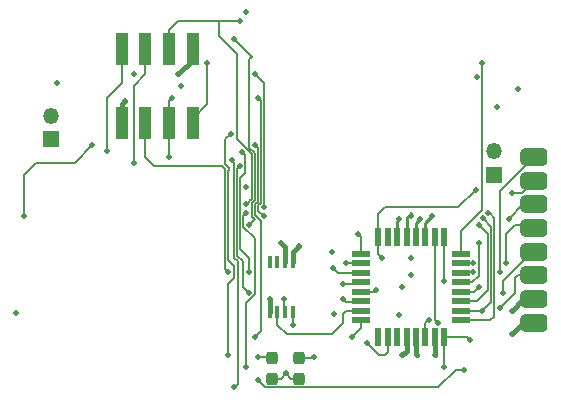
<source format=gbr>
%TF.GenerationSoftware,KiCad,Pcbnew,6.0.9-8da3e8f707~117~ubuntu22.04.1*%
%TF.CreationDate,2022-12-02T16:27:46-05:00*%
%TF.ProjectId,watch,77617463-682e-46b6-9963-61645f706362,rev?*%
%TF.SameCoordinates,Original*%
%TF.FileFunction,Copper,L4,Bot*%
%TF.FilePolarity,Positive*%
%FSLAX46Y46*%
G04 Gerber Fmt 4.6, Leading zero omitted, Abs format (unit mm)*
G04 Created by KiCad (PCBNEW 6.0.9-8da3e8f707~117~ubuntu22.04.1) date 2022-12-02 16:27:46*
%MOMM*%
%LPD*%
G01*
G04 APERTURE LIST*
G04 Aperture macros list*
%AMRoundRect*
0 Rectangle with rounded corners*
0 $1 Rounding radius*
0 $2 $3 $4 $5 $6 $7 $8 $9 X,Y pos of 4 corners*
0 Add a 4 corners polygon primitive as box body*
4,1,4,$2,$3,$4,$5,$6,$7,$8,$9,$2,$3,0*
0 Add four circle primitives for the rounded corners*
1,1,$1+$1,$2,$3*
1,1,$1+$1,$4,$5*
1,1,$1+$1,$6,$7*
1,1,$1+$1,$8,$9*
0 Add four rect primitives between the rounded corners*
20,1,$1+$1,$2,$3,$4,$5,0*
20,1,$1+$1,$4,$5,$6,$7,0*
20,1,$1+$1,$6,$7,$8,$9,0*
20,1,$1+$1,$8,$9,$2,$3,0*%
G04 Aperture macros list end*
%TA.AperFunction,SMDPad,CuDef*%
%ADD10RoundRect,0.381000X-0.762000X-0.381000X0.762000X-0.381000X0.762000X0.381000X-0.762000X0.381000X0*%
%TD*%
%TA.AperFunction,SMDPad,CuDef*%
%ADD11R,0.400000X1.100000*%
%TD*%
%TA.AperFunction,SMDPad,CuDef*%
%ADD12R,0.550000X1.600000*%
%TD*%
%TA.AperFunction,SMDPad,CuDef*%
%ADD13R,1.600000X0.550000*%
%TD*%
%TA.AperFunction,ComponentPad*%
%ADD14R,1.350000X1.350000*%
%TD*%
%TA.AperFunction,ComponentPad*%
%ADD15O,1.350000X1.350000*%
%TD*%
%TA.AperFunction,SMDPad,CuDef*%
%ADD16R,1.000000X2.750000*%
%TD*%
%TA.AperFunction,SMDPad,CuDef*%
%ADD17RoundRect,0.237500X0.237500X-0.287500X0.237500X0.287500X-0.237500X0.287500X-0.237500X-0.287500X0*%
%TD*%
%TA.AperFunction,ViaPad*%
%ADD18C,0.508000*%
%TD*%
%TA.AperFunction,Conductor*%
%ADD19C,0.127000*%
%TD*%
%TA.AperFunction,Conductor*%
%ADD20C,0.381000*%
%TD*%
%TA.AperFunction,Conductor*%
%ADD21C,0.254000*%
%TD*%
%TA.AperFunction,Conductor*%
%ADD22C,0.177800*%
%TD*%
G04 APERTURE END LIST*
D10*
%TO.P,J2,1,Pin_1*%
%TO.N,/eBUSY*%
X166405000Y-105500000D03*
%TO.P,J2,2,Pin_2*%
%TO.N,/eRST*%
X166405000Y-107500000D03*
%TO.P,J2,3,Pin_3*%
%TO.N,/eDC*%
X166405000Y-109500000D03*
%TO.P,J2,4,Pin_4*%
%TO.N,/eCS*%
X166405000Y-111500000D03*
%TO.P,J2,5,Pin_5*%
%TO.N,/SCK*%
X166405000Y-113500000D03*
%TO.P,J2,6,Pin_6*%
%TO.N,/MOSI*%
X166405000Y-115500000D03*
%TO.P,J2,7,Pin_7*%
%TO.N,GND*%
X166405000Y-117500000D03*
%TO.P,J2,8,Pin_8*%
%TO.N,+3.3V*%
X166405000Y-119500000D03*
%TD*%
D11*
%TO.P,U4,1,OSCI*%
%TO.N,unconnected-(U4-Pad1)*%
X144025000Y-114350000D03*
%TO.P,U4,2,OSCO*%
%TO.N,unconnected-(U4-Pad2)*%
X144675000Y-114350000D03*
%TO.P,U4,3,VBAT*%
%TO.N,+3.3V*%
X145325000Y-114350000D03*
%TO.P,U4,4,VSS*%
%TO.N,GND*%
X145975000Y-114350000D03*
%TO.P,U4,5,SDA*%
%TO.N,/SDA*%
X145975000Y-118650000D03*
%TO.P,U4,6,SCL*%
%TO.N,/SCL*%
X145325000Y-118650000D03*
%TO.P,U4,7,~{INTA}*%
%TO.N,Net-(U2-Pad26)*%
X144675000Y-118650000D03*
%TO.P,U4,8,VDD*%
%TO.N,+3.3V*%
X144025000Y-118650000D03*
%TD*%
D12*
%TO.P,U2,1,PD3*%
%TO.N,Net-(SW4-Pad1)*%
X153200000Y-112250000D03*
%TO.P,U2,2,PD4*%
%TO.N,unconnected-(U2-Pad2)*%
X154000000Y-112250000D03*
%TO.P,U2,3,GND*%
%TO.N,GND*%
X154800000Y-112250000D03*
%TO.P,U2,4,VCC*%
%TO.N,+3.3V*%
X155600000Y-112250000D03*
%TO.P,U2,5,GND*%
%TO.N,GND*%
X156400000Y-112250000D03*
%TO.P,U2,6,VCC*%
%TO.N,+3.3V*%
X157200000Y-112250000D03*
%TO.P,U2,7,XTAL1/PB6*%
%TO.N,/LED1*%
X158000000Y-112250000D03*
%TO.P,U2,8,XTAL2/PB7*%
%TO.N,/LED2*%
X158800000Y-112250000D03*
D13*
%TO.P,U2,9,PD5*%
%TO.N,Net-(U2-Pad9)*%
X160250000Y-113700000D03*
%TO.P,U2,10,PD6*%
%TO.N,/eCS*%
X160250000Y-114500000D03*
%TO.P,U2,11,PD7*%
%TO.N,/eBUSY*%
X160250000Y-115300000D03*
%TO.P,U2,12,PB0*%
%TO.N,/eRST*%
X160250000Y-116100000D03*
%TO.P,U2,13,PB1*%
%TO.N,/eDC*%
X160250000Y-116900000D03*
%TO.P,U2,14,PB2*%
%TO.N,/RF_CS*%
X160250000Y-117700000D03*
%TO.P,U2,15,PB3*%
%TO.N,/MOSI*%
X160250000Y-118500000D03*
%TO.P,U2,16,PB4*%
%TO.N,/MISO*%
X160250000Y-119300000D03*
D12*
%TO.P,U2,17,PB5*%
%TO.N,/SCK*%
X158800000Y-120750000D03*
%TO.P,U2,18,AVCC*%
%TO.N,+3.3V*%
X158000000Y-120750000D03*
%TO.P,U2,19,ADC6*%
%TO.N,Net-(R1-Pad2)*%
X157200000Y-120750000D03*
%TO.P,U2,20,AREF*%
%TO.N,+3.3V*%
X156400000Y-120750000D03*
%TO.P,U2,21,GND*%
%TO.N,GND*%
X155600000Y-120750000D03*
%TO.P,U2,22,ADC7*%
%TO.N,unconnected-(U2-Pad22)*%
X154800000Y-120750000D03*
%TO.P,U2,23,PC0*%
%TO.N,Net-(U2-Pad23)*%
X154000000Y-120750000D03*
%TO.P,U2,24,PC1*%
%TO.N,Net-(SW1-Pad1)*%
X153200000Y-120750000D03*
D13*
%TO.P,U2,25,PC2*%
%TO.N,Net-(SW2-Pad1)*%
X151750000Y-119300000D03*
%TO.P,U2,26,PC3*%
%TO.N,Net-(U2-Pad26)*%
X151750000Y-118500000D03*
%TO.P,U2,27,PC4*%
%TO.N,/SCL*%
X151750000Y-117700000D03*
%TO.P,U2,28,PC5*%
%TO.N,/SDA*%
X151750000Y-116900000D03*
%TO.P,U2,29,~{RESET}/PC6*%
%TO.N,/nRESET*%
X151750000Y-116100000D03*
%TO.P,U2,30,PD0*%
%TO.N,/RXD*%
X151750000Y-115300000D03*
%TO.P,U2,31,PD1*%
%TO.N,/TXD*%
X151750000Y-114500000D03*
%TO.P,U2,32,PD2*%
%TO.N,Net-(SW3-Pad1)*%
X151750000Y-113700000D03*
%TD*%
D14*
%TO.P,J3,1,Pin_1*%
%TO.N,Net-(J3-Pad1)*%
X163000000Y-107000000D03*
D15*
%TO.P,J3,2,Pin_2*%
%TO.N,GND*%
X163000000Y-105000000D03*
%TD*%
D16*
%TO.P,J4,1,Pin_1*%
%TO.N,+3.3V*%
X137500000Y-96375000D03*
%TO.P,J4,2,Pin_2*%
%TO.N,/MOSI*%
X137500000Y-102625000D03*
%TO.P,J4,3,Pin_3*%
%TO.N,/MISO*%
X135500000Y-96375000D03*
%TO.P,J4,4,Pin_4*%
%TO.N,/SCK*%
X135500000Y-102625000D03*
%TO.P,J4,5,Pin_5*%
%TO.N,/nRESET*%
X133500000Y-96375000D03*
%TO.P,J4,6,Pin_6*%
%TO.N,/TXD*%
X133500000Y-102625000D03*
%TO.P,J4,7,Pin_7*%
%TO.N,/RXD*%
X131500000Y-96375000D03*
%TO.P,J4,8,Pin_8*%
%TO.N,GND*%
X131500000Y-102625000D03*
%TD*%
D17*
%TO.P,D1,1,K*%
%TO.N,GND*%
X146500000Y-124250000D03*
%TO.P,D1,2,A*%
%TO.N,Net-(D1-Pad2)*%
X146500000Y-122500000D03*
%TD*%
D14*
%TO.P,J1,1,Pin_1*%
%TO.N,Net-(C1-Pad1)*%
X125500000Y-104000000D03*
D15*
%TO.P,J1,2,Pin_2*%
%TO.N,GND*%
X125500000Y-102000000D03*
%TD*%
D17*
%TO.P,D2,1,K*%
%TO.N,GND*%
X144250000Y-124250000D03*
%TO.P,D2,2,A*%
%TO.N,Net-(D2-Pad2)*%
X144250000Y-122500000D03*
%TD*%
D18*
%TO.N,Net-(C1-Pad1)*%
X141000000Y-125000000D03*
X140804800Y-105780600D03*
%TO.N,GND*%
X156750000Y-110750000D03*
X122567500Y-118682500D03*
X131750000Y-100750000D03*
X145400000Y-123800000D03*
X163250000Y-101250000D03*
X142000000Y-93250000D03*
X155250000Y-122250000D03*
X155250000Y-116500000D03*
X142000000Y-108000000D03*
X156000000Y-114000000D03*
X126000000Y-99250000D03*
X146500000Y-113000000D03*
X164500000Y-118500000D03*
X165000000Y-99750000D03*
X155000000Y-110750000D03*
X132500000Y-98500000D03*
X136500000Y-99500000D03*
%TO.N,+3.3V*%
X149250000Y-113500000D03*
X156000000Y-115500000D03*
X156000000Y-110444000D03*
X144000000Y-117500000D03*
X161556000Y-98725000D03*
X149500000Y-118750000D03*
X136250000Y-98500000D03*
X145000000Y-112750000D03*
X157750000Y-110500000D03*
X156500000Y-122250000D03*
X158000000Y-122250000D03*
X154925000Y-118825000D03*
X164500000Y-120500000D03*
%TO.N,/eBUSY*%
X163500000Y-115250000D03*
X161250000Y-115250000D03*
%TO.N,/eRST*%
X164500000Y-108500000D03*
X161750000Y-112750000D03*
%TO.N,/eDC*%
X161750000Y-116500000D03*
X164250000Y-110750000D03*
%TO.N,/eCS*%
X164000000Y-114500000D03*
X161250000Y-114500000D03*
%TO.N,/SCK*%
X135750000Y-100500000D03*
X163750000Y-117000000D03*
X158750000Y-123250000D03*
X161000000Y-121000000D03*
X142000000Y-110250000D03*
X142000000Y-123250000D03*
X135500000Y-105475800D03*
%TO.N,/MOSI*%
X163500000Y-118250000D03*
X142750000Y-98500000D03*
X138750000Y-97500000D03*
X143500000Y-109750000D03*
X162000000Y-118500000D03*
X162033758Y-110682483D03*
%TO.N,Net-(R1-Pad2)*%
X157500000Y-119250000D03*
%TO.N,/MISO*%
X142052000Y-109500000D03*
X162500000Y-110250000D03*
X141500000Y-94000000D03*
%TO.N,Net-(D1-Pad2)*%
X147800000Y-122400000D03*
%TO.N,Net-(D2-Pad2)*%
X143000000Y-122400000D03*
%TO.N,/nRESET*%
X142250000Y-117000000D03*
X150250000Y-116250000D03*
X141500000Y-106250000D03*
X132500000Y-106000000D03*
%TO.N,/TXD*%
X140500000Y-115250000D03*
X150500000Y-114500000D03*
%TO.N,/RXD*%
X141692130Y-105057870D03*
X130250000Y-105000000D03*
X142250000Y-115250000D03*
X149418084Y-114918084D03*
%TO.N,Net-(U2-Pad23)*%
X152250000Y-121250000D03*
X140500000Y-122250000D03*
X140750000Y-103500000D03*
%TO.N,/SCL*%
X150250000Y-117500000D03*
X145250000Y-117500000D03*
%TO.N,/SDA*%
X153000000Y-116750000D03*
X145975000Y-119725000D03*
%TO.N,Net-(SW2-Pad1)*%
X129000000Y-104500000D03*
X151000000Y-120750000D03*
X123250000Y-110500000D03*
X142750000Y-120750000D03*
X142750000Y-104500000D03*
%TO.N,Net-(SW3-Pad1)*%
X151500000Y-112000000D03*
X141000000Y-95500000D03*
X142250000Y-111250000D03*
%TO.N,Net-(SW4-Pad1)*%
X161500000Y-108250000D03*
X153500000Y-114000000D03*
%TO.N,Net-(U2-Pad9)*%
X162000000Y-97500000D03*
%TO.N,/RF_CS*%
X143000000Y-100500000D03*
X143500000Y-110500000D03*
X161750000Y-111250000D03*
%TO.N,/LED1*%
X158250000Y-119500000D03*
%TO.N,/LED2*%
X160500000Y-123500000D03*
X158750000Y-116000000D03*
X143000000Y-124400000D03*
%TD*%
D19*
%TO.N,Net-(C1-Pad1)*%
X140804800Y-105780600D02*
X141024200Y-106000000D01*
X141304800Y-124695200D02*
X141000000Y-125000000D01*
X141024200Y-114024200D02*
X141304800Y-114304800D01*
X141024200Y-106000000D02*
X141024200Y-114024200D01*
X141304800Y-114304800D02*
X141304800Y-124695200D01*
%TO.N,GND*%
X144250000Y-124250000D02*
X144950000Y-124250000D01*
D20*
X145975000Y-114350000D02*
X145975000Y-113525000D01*
X166405000Y-117500000D02*
X165500000Y-117500000D01*
D21*
X156400000Y-112250000D02*
X156400000Y-111100000D01*
D19*
X144250000Y-124250000D02*
X144250000Y-124200000D01*
D20*
X145975000Y-113525000D02*
X146500000Y-113000000D01*
D21*
X154800000Y-110950000D02*
X155000000Y-110750000D01*
D20*
X155600000Y-120750000D02*
X155600000Y-121900000D01*
D19*
X144950000Y-124250000D02*
X145400000Y-123800000D01*
X145850000Y-124250000D02*
X145400000Y-123800000D01*
X146500000Y-124250000D02*
X145850000Y-124250000D01*
D20*
X165500000Y-117500000D02*
X164500000Y-118500000D01*
X131500000Y-102625000D02*
X131500000Y-101000000D01*
D21*
X156400000Y-111100000D02*
X156750000Y-110750000D01*
D20*
X131500000Y-101000000D02*
X131750000Y-100750000D01*
X155600000Y-121900000D02*
X155250000Y-122250000D01*
D21*
X154800000Y-112250000D02*
X154800000Y-110950000D01*
D20*
%TO.N,+3.3V*%
X137500000Y-96375000D02*
X137500000Y-97250000D01*
D21*
X155600000Y-112250000D02*
X155600000Y-110650000D01*
X157200000Y-111050000D02*
X157750000Y-110500000D01*
X156000000Y-110250000D02*
X156000000Y-110444000D01*
D20*
X144025000Y-117525000D02*
X144000000Y-117500000D01*
X156400000Y-122150000D02*
X156500000Y-122250000D01*
D21*
X157200000Y-112250000D02*
X157200000Y-111050000D01*
D20*
X144025000Y-118650000D02*
X144025000Y-117525000D01*
X137500000Y-97250000D02*
X136250000Y-98500000D01*
X156400000Y-120750000D02*
X156400000Y-122150000D01*
X145325000Y-114350000D02*
X145325000Y-113075000D01*
X165500000Y-119500000D02*
X164500000Y-120500000D01*
X145325000Y-113075000D02*
X145000000Y-112750000D01*
D21*
X155600000Y-110650000D02*
X156000000Y-110250000D01*
D20*
X158000000Y-120750000D02*
X158000000Y-122250000D01*
X166405000Y-119500000D02*
X165500000Y-119500000D01*
D19*
%TO.N,/eBUSY*%
X161250000Y-115250000D02*
X160300000Y-115250000D01*
X160300000Y-115250000D02*
X160250000Y-115300000D01*
X163500000Y-108405000D02*
X166405000Y-105500000D01*
X163500000Y-115250000D02*
X163500000Y-108405000D01*
%TO.N,/eRST*%
X160250000Y-116100000D02*
X161177000Y-116100000D01*
X165405000Y-108500000D02*
X166405000Y-107500000D01*
X161750000Y-115527000D02*
X161750000Y-112750000D01*
X161177000Y-116100000D02*
X161750000Y-115527000D01*
X164500000Y-108500000D02*
X165405000Y-108500000D01*
%TO.N,/eDC*%
X166405000Y-109500000D02*
X165500000Y-109500000D01*
X161350000Y-116900000D02*
X160250000Y-116900000D01*
X165500000Y-109500000D02*
X164250000Y-110750000D01*
X161750000Y-116500000D02*
X161350000Y-116900000D01*
%TO.N,/eCS*%
X164000000Y-114500000D02*
X164000000Y-112000000D01*
X164000000Y-112000000D02*
X164750000Y-111250000D01*
X164750000Y-111250000D02*
X165500000Y-111250000D01*
X160250000Y-114500000D02*
X161250000Y-114500000D01*
%TO.N,/SCK*%
X135500000Y-100750000D02*
X135750000Y-100500000D01*
X158800000Y-120750000D02*
X158800000Y-123200000D01*
X163750000Y-116000000D02*
X163750000Y-117000000D01*
X142750000Y-112378618D02*
X142750000Y-117128618D01*
X141786200Y-110463800D02*
X141786200Y-111414818D01*
X142000000Y-110250000D02*
X141786200Y-110463800D01*
X142750000Y-117128618D02*
X142000000Y-117878618D01*
X166405000Y-113500000D02*
X166250000Y-113500000D01*
X135500000Y-105475800D02*
X135500000Y-102625000D01*
X158800000Y-123200000D02*
X158750000Y-123250000D01*
X142000000Y-117878618D02*
X142000000Y-123250000D01*
X166250000Y-113500000D02*
X163750000Y-116000000D01*
X135500000Y-102625000D02*
X135500000Y-100750000D01*
X160750000Y-120750000D02*
X158800000Y-120750000D01*
X161000000Y-121000000D02*
X160750000Y-120750000D01*
X141786200Y-111414818D02*
X142750000Y-112378618D01*
%TO.N,/MOSI*%
X143500000Y-99250000D02*
X142750000Y-98500000D01*
X162000000Y-118500000D02*
X160250000Y-118500000D01*
X162754000Y-111402725D02*
X162754000Y-117746000D01*
X162033758Y-110682483D02*
X162754000Y-111402725D01*
X166405000Y-115500000D02*
X165000000Y-115500000D01*
X165000000Y-115500000D02*
X164750000Y-115750000D01*
X138750000Y-101000000D02*
X138750000Y-97500000D01*
X164750000Y-117000000D02*
X163500000Y-118250000D01*
X137500000Y-102250000D02*
X138750000Y-101000000D01*
X164750000Y-115750000D02*
X164750000Y-117000000D01*
X137500000Y-102625000D02*
X137500000Y-102250000D01*
X143500000Y-109750000D02*
X143500000Y-99250000D01*
X162754000Y-117746000D02*
X162000000Y-118500000D01*
%TO.N,Net-(R1-Pad2)*%
X157200000Y-120750000D02*
X157200000Y-119550000D01*
X157200000Y-119550000D02*
X157500000Y-119250000D01*
%TO.N,/MISO*%
X142293500Y-109258500D02*
X142293500Y-109250252D01*
X142484000Y-105221828D02*
X141250000Y-103987828D01*
X162500000Y-110250000D02*
X162637382Y-110250000D01*
X142052000Y-109500000D02*
X142293500Y-109258500D01*
X141250000Y-103987828D02*
X141250000Y-96750000D01*
X139750000Y-95250000D02*
X139750000Y-94000000D01*
X162700000Y-119300000D02*
X160250000Y-119300000D01*
X163008000Y-110620618D02*
X163008000Y-118992000D01*
X141250000Y-96750000D02*
X139750000Y-95250000D01*
X142293500Y-109250252D02*
X142484000Y-109059752D01*
X162637382Y-110250000D02*
X163008000Y-110620618D01*
X136250000Y-94000000D02*
X141500000Y-94000000D01*
X135500000Y-96375000D02*
X135500000Y-94750000D01*
X142484000Y-109059752D02*
X142484000Y-105221828D01*
X163008000Y-118992000D02*
X162700000Y-119300000D01*
X135500000Y-94750000D02*
X136250000Y-94000000D01*
%TO.N,Net-(D1-Pad2)*%
X147700000Y-122500000D02*
X147800000Y-122400000D01*
X146500000Y-122500000D02*
X147700000Y-122500000D01*
%TO.N,Net-(D2-Pad2)*%
X144150000Y-122400000D02*
X144250000Y-122500000D01*
X143000000Y-122400000D02*
X144150000Y-122400000D01*
D22*
%TO.N,/nRESET*%
X151600000Y-116250000D02*
X151750000Y-116100000D01*
D19*
X141278200Y-106471800D02*
X141278200Y-113847148D01*
X141278200Y-113847148D02*
X141750000Y-114318948D01*
D22*
X150250000Y-116250000D02*
X151600000Y-116250000D01*
X132500000Y-99500000D02*
X132500000Y-106000000D01*
D19*
X141715526Y-116465526D02*
X142250000Y-117000000D01*
D22*
X133500000Y-96375000D02*
X133500000Y-98500000D01*
D19*
X141500000Y-106250000D02*
X141278200Y-106471800D01*
D22*
X133500000Y-98500000D02*
X132500000Y-99500000D01*
D19*
X141750000Y-116431052D02*
X141715526Y-116465526D01*
X141750000Y-114318948D02*
X141750000Y-116431052D01*
D22*
%TO.N,/TXD*%
X140250000Y-115000000D02*
X140500000Y-115250000D01*
X134250000Y-106250000D02*
X140000000Y-106250000D01*
D19*
X140250000Y-106500000D02*
X140250000Y-115000000D01*
D22*
X133500000Y-105500000D02*
X134250000Y-106250000D01*
X133500000Y-102625000D02*
X133500000Y-105500000D01*
X150500000Y-114500000D02*
X151750000Y-114500000D01*
X140000000Y-106250000D02*
X140250000Y-106500000D01*
D19*
%TO.N,/RXD*%
X141944500Y-105310240D02*
X141944500Y-106834900D01*
X141944500Y-106834900D02*
X141532200Y-107247200D01*
X149800000Y-115300000D02*
X151750000Y-115300000D01*
X142250000Y-114000000D02*
X142250000Y-115250000D01*
X149418084Y-114918084D02*
X149800000Y-115300000D01*
X131500000Y-96375000D02*
X131500000Y-99250000D01*
X130250000Y-100500000D02*
X130250000Y-105000000D01*
X141532200Y-107247200D02*
X141532200Y-113282200D01*
X141692130Y-105057870D02*
X141944500Y-105310240D01*
X141532200Y-113282200D02*
X142250000Y-114000000D01*
X131500000Y-99250000D02*
X130250000Y-100500000D01*
%TO.N,Net-(U2-Pad23)*%
X140500000Y-116250000D02*
X141000000Y-115750000D01*
X140529400Y-106384268D02*
X140250000Y-106104868D01*
X152250000Y-121250000D02*
X153250000Y-122250000D01*
X141000000Y-114695200D02*
X140504000Y-114199200D01*
X154000000Y-122000000D02*
X154000000Y-120750000D01*
X140250000Y-104000000D02*
X140750000Y-103500000D01*
X153250000Y-122250000D02*
X153750000Y-122250000D01*
X140529400Y-106615732D02*
X140529400Y-106384268D01*
X140500000Y-122250000D02*
X140500000Y-116250000D01*
X140250000Y-106104868D02*
X140250000Y-104000000D01*
X141000000Y-115750000D02*
X141000000Y-114695200D01*
X140504000Y-114199200D02*
X140504000Y-106641132D01*
X140504000Y-106641132D02*
X140529400Y-106615732D01*
X153750000Y-122250000D02*
X154000000Y-122000000D01*
D22*
%TO.N,/SCL*%
X150500000Y-117750000D02*
X151700000Y-117750000D01*
X151700000Y-117750000D02*
X151750000Y-117700000D01*
X145250000Y-118575000D02*
X145325000Y-118650000D01*
X145250000Y-117500000D02*
X145250000Y-118575000D01*
X150250000Y-117500000D02*
X150500000Y-117750000D01*
%TO.N,/SDA*%
X152850000Y-116900000D02*
X153000000Y-116750000D01*
D19*
X145975000Y-118650000D02*
X145975000Y-119725000D01*
D22*
X151750000Y-116900000D02*
X152850000Y-116900000D01*
D19*
X146000000Y-119750000D02*
X145975000Y-119725000D01*
%TO.N,Net-(U2-Pad26)*%
X150250000Y-118750000D02*
X150500000Y-118500000D01*
X149250000Y-120500000D02*
X150250000Y-119500000D01*
X145500000Y-120500000D02*
X149250000Y-120500000D01*
X150500000Y-118500000D02*
X151750000Y-118500000D01*
X144675000Y-119675000D02*
X145500000Y-120500000D01*
X150250000Y-119500000D02*
X150250000Y-118750000D01*
X144675000Y-118650000D02*
X144675000Y-119675000D01*
%TO.N,Net-(SW2-Pad1)*%
X142992000Y-109270172D02*
X142801500Y-109460672D01*
X124250000Y-106000000D02*
X127500000Y-106000000D01*
X142992000Y-104742000D02*
X142992000Y-109270172D01*
X127500000Y-106000000D02*
X129000000Y-104500000D01*
X123250000Y-110500000D02*
X123250000Y-107000000D01*
X142750000Y-104500000D02*
X142992000Y-104742000D01*
X151000000Y-120750000D02*
X151750000Y-120000000D01*
X143250000Y-120250000D02*
X142750000Y-120750000D01*
X143250000Y-110878618D02*
X143250000Y-120250000D01*
X151750000Y-120000000D02*
X151750000Y-119300000D01*
X142801500Y-110430118D02*
X143250000Y-110878618D01*
X142801500Y-109460672D02*
X142801500Y-110430118D01*
X123250000Y-107000000D02*
X124250000Y-106000000D01*
%TO.N,Net-(SW3-Pad1)*%
X151750000Y-112250000D02*
X151750000Y-113700000D01*
X142547500Y-110535328D02*
X142750000Y-110737828D01*
X142500000Y-97000000D02*
X142305500Y-97194500D01*
X151500000Y-112000000D02*
X151750000Y-112250000D01*
X142738000Y-109164962D02*
X142547500Y-109355462D01*
X142305500Y-104684118D02*
X142738000Y-105116618D01*
X142305500Y-97194500D02*
X142305500Y-104684118D01*
X141000000Y-95500000D02*
X142500000Y-97000000D01*
X142738000Y-105116618D02*
X142738000Y-109164962D01*
X142547500Y-109355462D02*
X142547500Y-110535328D01*
X142750000Y-110737828D02*
X142750000Y-110750000D01*
X142750000Y-110750000D02*
X142250000Y-111250000D01*
%TO.N,Net-(SW4-Pad1)*%
X153200000Y-112250000D02*
X153200000Y-113700000D01*
X153200000Y-113700000D02*
X153500000Y-114000000D01*
X153750000Y-109750000D02*
X153200000Y-110300000D01*
X153200000Y-110300000D02*
X153200000Y-112250000D01*
X161500000Y-108250000D02*
X160000000Y-109750000D01*
X160000000Y-109750000D02*
X153750000Y-109750000D01*
%TO.N,Net-(U2-Pad9)*%
X160250000Y-113700000D02*
X160250000Y-111750000D01*
X162000000Y-110000000D02*
X162000000Y-97500000D01*
X160250000Y-111750000D02*
X162000000Y-110000000D01*
%TO.N,/RF_CS*%
X162500000Y-112000000D02*
X162500000Y-116750000D01*
X143246000Y-100746000D02*
X143000000Y-100500000D01*
X143246000Y-109375382D02*
X143246000Y-100746000D01*
X161750000Y-111250000D02*
X162500000Y-112000000D01*
X143055500Y-110055500D02*
X143055500Y-109565882D01*
X162500000Y-116750000D02*
X161550000Y-117700000D01*
X161550000Y-117700000D02*
X160250000Y-117700000D01*
X143055500Y-109565882D02*
X143246000Y-109375382D01*
X143500000Y-110500000D02*
X143055500Y-110055500D01*
%TO.N,/LED1*%
X158000000Y-119250000D02*
X158000000Y-112250000D01*
X158250000Y-119500000D02*
X158000000Y-119250000D01*
%TO.N,/LED2*%
X160500000Y-123500000D02*
X159750000Y-123500000D01*
X159750000Y-123500000D02*
X158250000Y-125000000D01*
X158800000Y-112250000D02*
X158800000Y-115950000D01*
X143600000Y-125000000D02*
X143000000Y-124400000D01*
X158800000Y-115950000D02*
X158750000Y-116000000D01*
X158250000Y-125000000D02*
X143600000Y-125000000D01*
%TD*%
M02*

</source>
